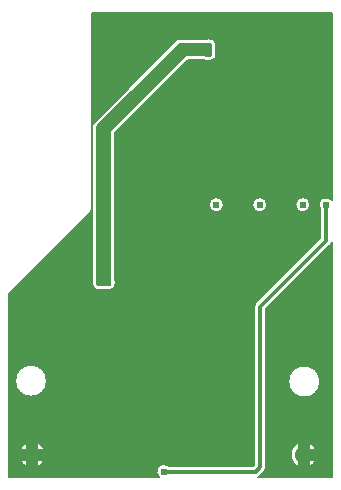
<source format=gbl>
G04 Layer: BottomLayer*
G04 EasyEDA Pro v2.2.46.11, 2026-02-17 18:28:56*
G04 Gerber Generator version 0.3*
G04 Scale: 100 percent, Rotated: No, Reflected: No*
G04 Dimensions in millimeters*
G04 Leading zeros omitted, absolute positions, 4 integers and 5 decimals*
G04 Generated by one-click*
%FSLAX45Y45*%
%MOMM*%
%ADD10C,0.2032*%
%ADD11C,0.1524*%
%ADD12C,1.02108*%
%ADD13C,1.524*%
%ADD14C,0.61976*%
%ADD15C,0.3655*%
%ADD16C,0.3556*%
G75*


G04 Copper Start*
G36*
G01X874632Y1661160D02*
G01X791608Y1661160D01*
G01X782320Y1670448D01*
G01X782320Y3008232D01*
G01X1477408Y3703320D01*
G01X1738232Y3703320D01*
G01X1742440Y3699112D01*
G01X1742440Y3611008D01*
G01X1738232Y3606800D01*
G01X1534160Y3606800D01*
G01X1530272Y3606027D01*
G01X1526976Y3603824D01*
G01X891976Y2968824D01*
G01X889773Y2965528D01*
G01X889000Y2961640D01*
G01X889000Y1675528D01*
G01X874632Y1661160D01*
G37*
G36*
G01X1294763Y124126D02*
G01X1286856Y112001D01*
G01X1281864Y98414D01*
G01X1280039Y84055D01*
G01X1281474Y69651D01*
G01X1286097Y55934D01*
G01X1293673Y43600D01*
G01X1303817Y33274D01*
G01X33274Y33274D01*
G01X33274Y224400D01*
G01X117486Y224400D01*
G01X119393Y203818D01*
G01X125050Y183936D01*
G01X134264Y165432D01*
G01X146721Y148937D01*
G01X161996Y135011D01*
G01X179571Y124129D01*
G01X198846Y116662D01*
G01X219165Y112864D01*
G01X239835Y112864D01*
G01X260154Y116662D01*
G01X279429Y124129D01*
G01X297003Y135011D01*
G01X312279Y148937D01*
G01X324736Y165432D01*
G01X333950Y183936D01*
G01X339607Y203818D01*
G01X341514Y224400D01*
G01X339607Y244983D01*
G01X333950Y264864D01*
G01X324736Y283368D01*
G01X312279Y299863D01*
G01X297003Y313789D01*
G01X279429Y324671D01*
G01X260154Y332138D01*
G01X239835Y335936D01*
G01X219165Y335936D01*
G01X198846Y332138D01*
G01X179571Y324671D01*
G01X161996Y313789D01*
G01X146721Y299863D01*
G01X134264Y283368D01*
G01X125050Y264864D01*
G01X119393Y244983D01*
G01X117486Y224400D01*
G01X117486Y224400D01*
G01X33274Y224400D01*
G01X33274Y851700D01*
G01X84426Y851700D01*
G01X86266Y829501D01*
G01X91734Y807907D01*
G01X100682Y787507D01*
G01X112866Y768859D01*
G01X127952Y752470D01*
G01X145531Y738788D01*
G01X165122Y728186D01*
G01X186190Y720953D01*
G01X208162Y717287D01*
G01X230438Y717287D01*
G01X252410Y720953D01*
G01X273478Y728186D01*
G01X293069Y738788D01*
G01X310648Y752470D01*
G01X325735Y768859D01*
G01X337918Y787507D01*
G01X346866Y807907D01*
G01X352335Y829501D01*
G01X354174Y851700D01*
G01X352335Y873900D01*
G01X346866Y895494D01*
G01X337918Y915893D01*
G01X325735Y934541D01*
G01X310648Y950930D01*
G01X293069Y964612D01*
G01X273478Y975214D01*
G01X252410Y982447D01*
G01X230438Y986113D01*
G01X208162Y986113D01*
G01X186190Y982447D01*
G01X165122Y975214D01*
G01X145531Y964612D01*
G01X127952Y950930D01*
G01X112866Y934541D01*
G01X100682Y915893D01*
G01X91734Y895494D01*
G01X86266Y873900D01*
G01X84426Y851700D01*
G01X84426Y851700D01*
G01X33274Y851700D01*
G01X33274Y1586217D01*
G01X214422Y1767365D01*
G01X736376Y1767365D01*
G01X736376Y1754634D01*
G01X738886Y1742153D01*
G01X738886Y1689544D01*
G01X738886Y1689544D01*
G01X738886Y1673416D01*
G01X738886Y1666240D01*
G01X740020Y1657628D01*
G01X743344Y1649603D01*
G01X748632Y1642712D01*
G01X763872Y1627472D01*
G01X770763Y1622184D01*
G01X778788Y1618860D01*
G01X787400Y1617726D01*
G01X794576Y1617726D01*
G01X810704Y1617726D01*
G01X865696Y1617726D01*
G01X879270Y1617455D01*
G01X892599Y1620041D01*
G01X905086Y1625371D01*
G01X916175Y1633204D01*
G01X925371Y1643193D01*
G01X932263Y1654891D01*
G01X936544Y1667776D01*
G01X938022Y1681272D01*
G01X936631Y1694778D01*
G01X932434Y1707690D01*
G01X932434Y1740761D01*
G01X935338Y1754150D01*
G01X935338Y1767850D01*
G01X932434Y1781239D01*
G01X932434Y2342135D01*
G01X1723898Y2342135D01*
G01X1725765Y2326756D01*
G01X1731259Y2312271D01*
G01X1740059Y2299522D01*
G01X1751655Y2289249D01*
G01X1765372Y2282049D01*
G01X1780414Y2278342D01*
G01X1795906Y2278342D01*
G01X1810948Y2282049D01*
G01X1824665Y2289249D01*
G01X1836261Y2299522D01*
G01X1845061Y2312271D01*
G01X1850555Y2326756D01*
G01X1852422Y2342135D01*
G01X2091356Y2342135D01*
G01X2093224Y2326756D01*
G01X2098717Y2312271D01*
G01X2107518Y2299522D01*
G01X2119114Y2289249D01*
G01X2132831Y2282049D01*
G01X2147873Y2278342D01*
G01X2163364Y2278342D01*
G01X2178406Y2282049D01*
G01X2192123Y2289249D01*
G01X2203719Y2299522D01*
G01X2212520Y2312271D01*
G01X2218013Y2326756D01*
G01X2219880Y2342135D01*
G01X2456367Y2342135D01*
G01X2458234Y2326756D01*
G01X2463728Y2312271D01*
G01X2472528Y2299522D01*
G01X2484124Y2289249D01*
G01X2497841Y2282049D01*
G01X2512883Y2278342D01*
G01X2528375Y2278342D01*
G01X2543416Y2282049D01*
G01X2557134Y2289249D01*
G01X2568729Y2299522D01*
G01X2577530Y2312271D01*
G01X2583023Y2326756D01*
G01X2584891Y2342135D01*
G01X2583023Y2357514D01*
G01X2577530Y2371999D01*
G01X2568729Y2384749D01*
G01X2557134Y2395022D01*
G01X2543416Y2402221D01*
G01X2528375Y2405929D01*
G01X2512883Y2405929D01*
G01X2497841Y2402221D01*
G01X2484124Y2395022D01*
G01X2472528Y2384749D01*
G01X2463728Y2371999D01*
G01X2458234Y2357514D01*
G01X2456367Y2342135D01*
G01X2456367Y2342135D01*
G01X2219880Y2342135D01*
G01X2218013Y2357514D01*
G01X2212520Y2371999D01*
G01X2203719Y2384749D01*
G01X2192123Y2395022D01*
G01X2178406Y2402221D01*
G01X2163364Y2405929D01*
G01X2147873Y2405929D01*
G01X2132831Y2402221D01*
G01X2119114Y2395022D01*
G01X2107518Y2384749D01*
G01X2098717Y2371999D01*
G01X2093224Y2357514D01*
G01X2091356Y2342135D01*
G01X2091356Y2342135D01*
G01X1852422Y2342135D01*
G01X1850555Y2357514D01*
G01X1845061Y2371999D01*
G01X1836261Y2384749D01*
G01X1824665Y2395022D01*
G01X1810948Y2402221D01*
G01X1795906Y2405929D01*
G01X1780414Y2405929D01*
G01X1765372Y2402221D01*
G01X1751655Y2395022D01*
G01X1740059Y2384749D01*
G01X1731259Y2371999D01*
G01X1725765Y2357514D01*
G01X1723898Y2342135D01*
G01X1723898Y2342135D01*
G01X932434Y2342135D01*
G01X932434Y2448919D01*
G01X934121Y2463545D01*
G01X932434Y2478171D01*
G01X932434Y2947857D01*
G01X1547943Y3563366D01*
G01X1695910Y3563366D01*
G01X1709276Y3559075D01*
G01X1723256Y3557788D01*
G01X1737181Y3559568D01*
G01X1750388Y3564329D01*
G01X1758779Y3567654D01*
G01X1765968Y3573112D01*
G01X1776128Y3583272D01*
G01X1781416Y3590163D01*
G01X1784740Y3598188D01*
G01X1785874Y3606800D01*
G01X1785874Y3613976D01*
G01X1785874Y3630104D01*
G01X1785874Y3678173D01*
G01X1785874Y3694301D01*
G01X1785874Y3703320D01*
G01X1784740Y3711932D01*
G01X1781416Y3719957D01*
G01X1776128Y3726848D01*
G01X1765968Y3737008D01*
G01X1759473Y3742064D01*
G01X1751936Y3745370D01*
G01X1743817Y3746725D01*
G01X1733152Y3749545D01*
G01X1722162Y3750499D01*
G01X1711171Y3749560D01*
G01X1700502Y3746754D01*
G01X1473200Y3746754D01*
G01X1464588Y3745620D01*
G01X1456563Y3742296D01*
G01X1449672Y3737008D01*
G01X748632Y3035968D01*
G01X743344Y3029077D01*
G01X740020Y3021052D01*
G01X738886Y3012440D01*
G01X738886Y2471609D01*
G01X738378Y2463545D01*
G01X738886Y2455480D01*
G01X738886Y1779846D01*
G01X736376Y1767365D01*
G01X214422Y1767365D01*
G01X723528Y2276472D01*
G01X728816Y2283363D01*
G01X732140Y2291388D01*
G01X733274Y2300000D01*
G01X733274Y3966726D01*
G01X2766726Y3966726D01*
G01X2766726Y2383800D01*
G01X2756422Y2393497D01*
G01X2744246Y2400705D01*
G01X2730787Y2405073D01*
G01X2716699Y2406389D01*
G01X2702664Y2404591D01*
G01X2689363Y2399764D01*
G01X2677441Y2392144D01*
G01X2667475Y2382099D01*
G01X2659949Y2370117D01*
G01X2655228Y2356778D01*
G01X2653541Y2342730D01*
G01X2654969Y2328652D01*
G01X2659443Y2315229D01*
G01X2666746Y2303110D01*
G01X2666746Y2058227D01*
G01X2122899Y1514381D01*
G01X2114786Y1503807D01*
G01X2109686Y1491494D01*
G01X2107946Y1478280D01*
G01X2107946Y139892D01*
G01X2100388Y132334D01*
G01X1385695Y132334D01*
G01X1373645Y140353D01*
G01X1360105Y145472D01*
G01X1345763Y147430D01*
G01X1331346Y146129D01*
G01X1317587Y141634D01*
G01X1305183Y134174D01*
G01X1294763Y124126D01*
G37*
G36*
G01X2766726Y33274D02*
G01X2138911Y33274D01*
G01X2148928Y38197D01*
G01X2157636Y45179D01*
G01X2195101Y82644D01*
G01X2203214Y93218D01*
G01X2208314Y105531D01*
G01X2210054Y118745D01*
G01X2210054Y224400D01*
G01X2417576Y224400D01*
G01X2419483Y203818D01*
G01X2425140Y183936D01*
G01X2434354Y165432D01*
G01X2446810Y148937D01*
G01X2462086Y135011D01*
G01X2479661Y124129D01*
G01X2498936Y116662D01*
G01X2519254Y112864D01*
G01X2539925Y112864D01*
G01X2560244Y116662D01*
G01X2579519Y124129D01*
G01X2597093Y135011D01*
G01X2612369Y148937D01*
G01X2624826Y165432D01*
G01X2634040Y183936D01*
G01X2639697Y203818D01*
G01X2641604Y224400D01*
G01X2639697Y244983D01*
G01X2634040Y264864D01*
G01X2624826Y283368D01*
G01X2612369Y299863D01*
G01X2597093Y313789D01*
G01X2579519Y324671D01*
G01X2560244Y332138D01*
G01X2539925Y335936D01*
G01X2519254Y335936D01*
G01X2498936Y332138D01*
G01X2479661Y324671D01*
G01X2462086Y313789D01*
G01X2446810Y299863D01*
G01X2434354Y283368D01*
G01X2425140Y264864D01*
G01X2419483Y244983D01*
G01X2417576Y224400D01*
G01X2417576Y224400D01*
G01X2210054Y224400D01*
G01X2210054Y844600D01*
G01X2397726Y844600D01*
G01X2399565Y822401D01*
G01X2405034Y800807D01*
G01X2413982Y780407D01*
G01X2426165Y761759D01*
G01X2441252Y745370D01*
G01X2458831Y731688D01*
G01X2478422Y721086D01*
G01X2499490Y713853D01*
G01X2521462Y710187D01*
G01X2543738Y710187D01*
G01X2565710Y713853D01*
G01X2586778Y721086D01*
G01X2606369Y731688D01*
G01X2623948Y745370D01*
G01X2639035Y761759D01*
G01X2651218Y780407D01*
G01X2660166Y800807D01*
G01X2665634Y822401D01*
G01X2667474Y844600D01*
G01X2665634Y866800D01*
G01X2660166Y888394D01*
G01X2651218Y908793D01*
G01X2639035Y927441D01*
G01X2623948Y943830D01*
G01X2606369Y957512D01*
G01X2586778Y968114D01*
G01X2565710Y975347D01*
G01X2543738Y979013D01*
G01X2521462Y979013D01*
G01X2499490Y975347D01*
G01X2478422Y968114D01*
G01X2458831Y957512D01*
G01X2441252Y943830D01*
G01X2426165Y927441D01*
G01X2413982Y908793D01*
G01X2405034Y888394D01*
G01X2399565Y866800D01*
G01X2397726Y844600D01*
G01X2397726Y844600D01*
G01X2210054Y844600D01*
G01X2210054Y1457133D01*
G01X2753901Y2000979D01*
G01X2761653Y2010938D01*
G01X2766726Y2022494D01*
G01X2766726Y33274D01*
G37*
G54D10*
G01X874632Y1661160D02*
G01X791608Y1661160D01*
G01X782320Y1670448D01*
G01X782320Y3008232D01*
G01X1477408Y3703320D01*
G01X1738232Y3703320D01*
G01X1742440Y3699112D01*
G01X1742440Y3611008D01*
G01X1738232Y3606800D01*
G01X1534160Y3606800D01*
G03X1526976Y3603824I0J-10160D01*
G01X891976Y2968824D01*
G03X889000Y2961640I7184J-7184D01*
G01X889000Y1675528D01*
G01X874632Y1661160D01*
G54D11*
G01X1294763Y124126D02*
G03X1303817Y33274I49532J-40941D01*
G01X33274Y33274D01*
G01X33274Y1586217D01*
G01X723528Y2276472D01*
G03X733274Y2300000I-23528J23528D01*
G01X733274Y3966726D01*
G01X2766726Y3966726D01*
G01X2766726Y2383800D01*
G03X2677441Y2392144I-48926J-41664D01*
G03X2666746Y2303110I40359J-50007D01*
G01X2666746Y2058227D01*
G01X2122899Y1514381D01*
G03X2107946Y1478280I36101J-36101D01*
G01X2107946Y139892D01*
G01X2100388Y132334D01*
G01X1385695Y132334D01*
G03X1294763Y124126I-41400J-49149D01*
G01X84426Y851700D02*
G03X354174Y851700I134874J0D01*
G03X84426Y851700I-134874J0D01*
G01X117486Y224400D02*
G03X341514Y224400I112014J0D01*
G03X117486Y224400I-112014J0D01*
G01X738886Y1689544D02*
G03X738886Y1673416I63754J-8064D01*
G01X738886Y1666240D01*
G03X748632Y1642712I33274J0D01*
G01X763872Y1627472D01*
G03X787400Y1617726I23528J23528D01*
G01X794576Y1617726D01*
G03X810704Y1617726I8064J63754D01*
G01X865696Y1617726D01*
G03X925371Y1643193I8064J63754D01*
G03X932434Y1707690I-51611J38287D01*
G01X932434Y1740761D01*
G03X932434Y1781239I-60992J20239D01*
G01X932434Y2448919D01*
G03X934121Y2463545I-62575J14626D01*
G03X932434Y2478171I-64262J0D01*
G01X932434Y2947857D01*
G01X1547943Y3563366D01*
G01X1695910Y3563366D01*
G03X1723256Y3557788I26210J58674D01*
G03X1750388Y3564329I-1136J64252D01*
G03X1765968Y3573112I-7948J32311D01*
G01X1776128Y3583272D01*
G03X1785874Y3606800I-23528J23528D01*
G01X1785874Y3613976D01*
G03X1785874Y3630104I-63754J8064D01*
G01X1785874Y3678173D01*
G03X1785874Y3694301I-63754J8064D01*
G01X1785874Y3703320D01*
G03X1776128Y3726848I-33274J0D01*
G01X1765968Y3737008D01*
G03X1743817Y3746725I-23528J-23528D01*
G03X1722162Y3750499I-21697J-60488D01*
G03X1700502Y3746754I-42J-64262D01*
G01X1473200Y3746754D01*
G03X1449672Y3737008I0J-33274D01*
G01X748632Y3035968D01*
G03X738886Y3012440I23528J-23528D01*
G01X738886Y2471609D01*
G03X738378Y2463545I63754J-8064D01*
G03X738886Y2455480I64262J0D01*
G01X738886Y1779846D01*
G03X738886Y1742153I61436J-18847D01*
G01X738886Y1689544D01*
G01X1723898Y2342135D02*
G03X1852422Y2342135I64262J0D01*
G03X1723898Y2342135I-64262J0D01*
G01X2091356Y2342135D02*
G03X2219880Y2342135I64262J0D01*
G03X2091356Y2342135I-64262J0D01*
G01X2456367Y2342135D02*
G03X2584891Y2342135I64262J0D01*
G03X2456367Y2342135I-64262J0D01*
G01X2766726Y33274D02*
G01X2138911Y33274D01*
G03X2157636Y45179I-17376J48006D01*
G01X2195101Y82644D01*
G03X2210054Y118745I-36101J36101D01*
G01X2210054Y1457133D01*
G01X2753901Y2000979D01*
G03X2766726Y2022494I-36101J36101D01*
G01X2766726Y33274D01*
G01X2397726Y844600D02*
G03X2667474Y844600I134874J0D01*
G03X2397726Y844600I-134874J0D01*
G01X2417576Y224400D02*
G03X2641604Y224400I112014J0D01*
G03X2417576Y224400I-112014J0D01*
G54D12*
G01X153554Y224400D02*
G01X125106Y224400D01*
G01X305446Y224400D02*
G01X333894Y224400D01*
G01X229500Y300346D02*
G01X229500Y328794D01*
G01X229500Y148454D02*
G01X229500Y120006D01*
G01X2605546Y224400D02*
G01X2633994Y224400D01*
G01X2529600Y300346D02*
G01X2529600Y328794D01*
G01X2529600Y148454D02*
G01X2529600Y120006D01*
G04 Copper End*

G04 Pad Start*
G54D13*
G01X2529600Y224400D03*
G01X229500Y224400D03*
G04 Pad End*

G04 Via Start*
G54D14*
G01X802640Y1681480D03*
G01X800322Y1761000D03*
G01X1722120Y3622040D03*
G01X2155618Y2342135D03*
G01X2520629Y2342135D03*
G01X1788160Y2342135D03*
G01X1722120Y3686237D03*
G01X1971040Y2545080D03*
G01X2153920Y2616200D03*
G01X2331720Y2545080D03*
G01X1344295Y83185D03*
G01X2717800Y2342137D03*
G01X1259840Y2235200D03*
G01X2443480Y2717800D03*
G01X2618311Y2717800D03*
G01X74600Y1500000D03*
G01X74600Y1400000D03*
G01X74600Y1300000D03*
G01X74600Y1200000D03*
G01X74600Y1100000D03*
G01X74600Y1000000D03*
G01X74600Y700000D03*
G01X74600Y600000D03*
G01X74600Y100000D03*
G01X2700000Y1500000D03*
G01X2700000Y1400000D03*
G01X2700000Y1300000D03*
G01X2700000Y1200000D03*
G01X2700000Y1100000D03*
G01X2700000Y1000000D03*
G01X2700000Y700000D03*
G01X2700000Y600000D03*
G01X2700000Y500000D03*
G01X2700000Y400000D03*
G01X2700000Y100000D03*
G01X74600Y500000D03*
G01X74600Y400000D03*
G01X74600Y300000D03*
G01X1193800Y1097280D03*
G01X1193800Y598781D03*
G01X1564640Y1097280D03*
G01X1564640Y599440D03*
G01X1950720Y1097280D03*
G01X1950720Y599440D03*
G01X871442Y1761000D03*
G01X873760Y1681480D03*
G01X800000Y3900000D03*
G01X800000Y3700000D03*
G01X800000Y3500000D03*
G01X1000000Y3900000D03*
G01X1200000Y3900000D03*
G01X1400000Y3900000D03*
G01X1600000Y3900000D03*
G01X2500000Y3900000D03*
G01X2700000Y3900000D03*
G01X2700000Y3700000D03*
G01X2700000Y3500000D03*
G01X2200000Y3900000D03*
G01X1200000Y3100000D03*
G01X1400000Y3100000D03*
G01X300000Y1700000D03*
G01X500000Y1900000D03*
G01X700000Y2100000D03*
G01X2700000Y1800000D03*
G01X2499360Y3698240D03*
G01X802640Y2463545D03*
G01X869859Y2463545D03*
G01X1798320Y2560320D03*
G01X2518824Y2560320D03*
G01X2700000Y300000D03*
G01X2700000Y200000D03*
G01X2700000Y800000D03*
G01X2700000Y900000D03*
G04 Via End*

G04 Track Start*
G54D16*
G01X2159000Y118745D02*
G01X2159000Y1478280D01*
G01X1344295Y83185D02*
G01X1346200Y81280D01*
G01X2121535Y81280D01*
G01X2159000Y118745D01*
G01X2159000Y1478280D02*
G01X2717800Y2037080D01*
G01X2717800Y2342137D01*
G04 Track End*

M02*


</source>
